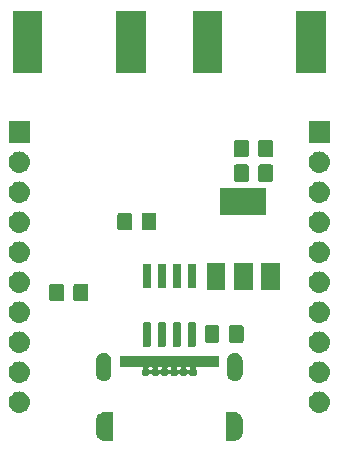
<source format=gbs>
G04 #@! TF.GenerationSoftware,KiCad,Pcbnew,(5.1.4-0-10_14)*
G04 #@! TF.CreationDate,2020-02-10T15:43:12-05:00*
G04 #@! TF.ProjectId,neo8_adapter,6e656f38-5f61-4646-9170-7465722e6b69,rev?*
G04 #@! TF.SameCoordinates,Original*
G04 #@! TF.FileFunction,Soldermask,Bot*
G04 #@! TF.FilePolarity,Negative*
%FSLAX46Y46*%
G04 Gerber Fmt 4.6, Leading zero omitted, Abs format (unit mm)*
G04 Created by KiCad (PCBNEW (5.1.4-0-10_14)) date 2020-02-10 15:43:12*
%MOMM*%
%LPD*%
G04 APERTURE LIST*
%ADD10C,0.100000*%
G04 APERTURE END LIST*
D10*
G36*
X154495862Y-117698398D02*
G01*
X154508114Y-117699000D01*
X155226000Y-117699000D01*
X155226000Y-120101000D01*
X154508114Y-120101000D01*
X154495862Y-120101602D01*
X154470000Y-120104149D01*
X154444138Y-120101602D01*
X154431886Y-120101000D01*
X154392382Y-120101000D01*
X154373387Y-120095238D01*
X154361262Y-120093439D01*
X154342382Y-120091580D01*
X154251596Y-120064040D01*
X154219664Y-120054354D01*
X154106575Y-119993906D01*
X154007447Y-119912554D01*
X153926094Y-119813424D01*
X153865646Y-119700335D01*
X153855960Y-119668403D01*
X153828420Y-119577617D01*
X153819000Y-119481972D01*
X153819001Y-118318027D01*
X153828421Y-118222382D01*
X153865646Y-118099668D01*
X153865647Y-118099664D01*
X153926095Y-117986575D01*
X154007447Y-117887446D01*
X154106576Y-117806094D01*
X154219665Y-117745646D01*
X154277959Y-117727963D01*
X154342383Y-117708420D01*
X154361256Y-117706561D01*
X154385285Y-117701782D01*
X154392002Y-117699000D01*
X154431886Y-117699000D01*
X154444138Y-117698398D01*
X154470000Y-117695851D01*
X154495862Y-117698398D01*
X154495862Y-117698398D01*
G37*
G36*
X165595862Y-117698398D02*
G01*
X165608114Y-117699000D01*
X165679244Y-117699000D01*
X165693164Y-117706440D01*
X165704706Y-117710570D01*
X165820332Y-117745645D01*
X165820335Y-117745646D01*
X165933425Y-117806094D01*
X166032554Y-117887446D01*
X166113906Y-117986575D01*
X166174354Y-118099664D01*
X166174355Y-118099668D01*
X166211580Y-118222382D01*
X166221000Y-118318027D01*
X166221000Y-119481973D01*
X166211580Y-119577618D01*
X166184040Y-119668404D01*
X166174354Y-119700336D01*
X166113906Y-119813425D01*
X166032554Y-119912553D01*
X165933424Y-119993906D01*
X165820334Y-120054354D01*
X165704714Y-120089427D01*
X165682075Y-120098805D01*
X165678790Y-120101000D01*
X165608114Y-120101000D01*
X165595862Y-120101602D01*
X165570000Y-120104149D01*
X165544138Y-120101602D01*
X165531886Y-120101000D01*
X164814000Y-120101000D01*
X164814000Y-117699000D01*
X165531886Y-117699000D01*
X165544138Y-117698398D01*
X165570000Y-117695851D01*
X165595862Y-117698398D01*
X165595862Y-117698398D01*
G37*
G36*
X172830442Y-115945518D02*
G01*
X172896627Y-115952037D01*
X173066466Y-116003557D01*
X173222991Y-116087222D01*
X173258729Y-116116552D01*
X173360186Y-116199814D01*
X173443448Y-116301271D01*
X173472778Y-116337009D01*
X173556443Y-116493534D01*
X173607963Y-116663373D01*
X173625359Y-116840000D01*
X173607963Y-117016627D01*
X173556443Y-117186466D01*
X173472778Y-117342991D01*
X173443448Y-117378729D01*
X173360186Y-117480186D01*
X173258729Y-117563448D01*
X173222991Y-117592778D01*
X173066466Y-117676443D01*
X172896627Y-117727963D01*
X172830442Y-117734482D01*
X172764260Y-117741000D01*
X172675740Y-117741000D01*
X172609558Y-117734482D01*
X172543373Y-117727963D01*
X172373534Y-117676443D01*
X172217009Y-117592778D01*
X172181271Y-117563448D01*
X172079814Y-117480186D01*
X171996552Y-117378729D01*
X171967222Y-117342991D01*
X171883557Y-117186466D01*
X171832037Y-117016627D01*
X171814641Y-116840000D01*
X171832037Y-116663373D01*
X171883557Y-116493534D01*
X171967222Y-116337009D01*
X171996552Y-116301271D01*
X172079814Y-116199814D01*
X172181271Y-116116552D01*
X172217009Y-116087222D01*
X172373534Y-116003557D01*
X172543373Y-115952037D01*
X172609558Y-115945518D01*
X172675740Y-115939000D01*
X172764260Y-115939000D01*
X172830442Y-115945518D01*
X172830442Y-115945518D01*
G37*
G36*
X147430442Y-115945518D02*
G01*
X147496627Y-115952037D01*
X147666466Y-116003557D01*
X147822991Y-116087222D01*
X147858729Y-116116552D01*
X147960186Y-116199814D01*
X148043448Y-116301271D01*
X148072778Y-116337009D01*
X148156443Y-116493534D01*
X148207963Y-116663373D01*
X148225359Y-116840000D01*
X148207963Y-117016627D01*
X148156443Y-117186466D01*
X148072778Y-117342991D01*
X148043448Y-117378729D01*
X147960186Y-117480186D01*
X147858729Y-117563448D01*
X147822991Y-117592778D01*
X147666466Y-117676443D01*
X147496627Y-117727963D01*
X147430442Y-117734482D01*
X147364260Y-117741000D01*
X147275740Y-117741000D01*
X147209558Y-117734482D01*
X147143373Y-117727963D01*
X146973534Y-117676443D01*
X146817009Y-117592778D01*
X146781271Y-117563448D01*
X146679814Y-117480186D01*
X146596552Y-117378729D01*
X146567222Y-117342991D01*
X146483557Y-117186466D01*
X146432037Y-117016627D01*
X146414641Y-116840000D01*
X146432037Y-116663373D01*
X146483557Y-116493534D01*
X146567222Y-116337009D01*
X146596552Y-116301271D01*
X146679814Y-116199814D01*
X146781271Y-116116552D01*
X146817009Y-116087222D01*
X146973534Y-116003557D01*
X147143373Y-115952037D01*
X147209558Y-115945518D01*
X147275740Y-115939000D01*
X147364260Y-115939000D01*
X147430442Y-115945518D01*
X147430442Y-115945518D01*
G37*
G36*
X172830443Y-113405519D02*
G01*
X172896627Y-113412037D01*
X173066466Y-113463557D01*
X173222991Y-113547222D01*
X173258729Y-113576552D01*
X173360186Y-113659814D01*
X173443448Y-113761271D01*
X173472778Y-113797009D01*
X173556443Y-113953534D01*
X173607963Y-114123373D01*
X173625359Y-114300000D01*
X173607963Y-114476627D01*
X173556443Y-114646466D01*
X173472778Y-114802991D01*
X173443448Y-114838729D01*
X173360186Y-114940186D01*
X173258729Y-115023448D01*
X173222991Y-115052778D01*
X173066466Y-115136443D01*
X172896627Y-115187963D01*
X172830442Y-115194482D01*
X172764260Y-115201000D01*
X172675740Y-115201000D01*
X172609558Y-115194482D01*
X172543373Y-115187963D01*
X172373534Y-115136443D01*
X172217009Y-115052778D01*
X172181271Y-115023448D01*
X172079814Y-114940186D01*
X171996552Y-114838729D01*
X171967222Y-114802991D01*
X171883557Y-114646466D01*
X171832037Y-114476627D01*
X171814641Y-114300000D01*
X171832037Y-114123373D01*
X171883557Y-113953534D01*
X171967222Y-113797009D01*
X171996552Y-113761271D01*
X172079814Y-113659814D01*
X172181271Y-113576552D01*
X172217009Y-113547222D01*
X172373534Y-113463557D01*
X172543373Y-113412037D01*
X172609557Y-113405519D01*
X172675740Y-113399000D01*
X172764260Y-113399000D01*
X172830443Y-113405519D01*
X172830443Y-113405519D01*
G37*
G36*
X147430443Y-113405519D02*
G01*
X147496627Y-113412037D01*
X147666466Y-113463557D01*
X147822991Y-113547222D01*
X147858729Y-113576552D01*
X147960186Y-113659814D01*
X148043448Y-113761271D01*
X148072778Y-113797009D01*
X148156443Y-113953534D01*
X148207963Y-114123373D01*
X148225359Y-114300000D01*
X148207963Y-114476627D01*
X148156443Y-114646466D01*
X148072778Y-114802991D01*
X148043448Y-114838729D01*
X147960186Y-114940186D01*
X147858729Y-115023448D01*
X147822991Y-115052778D01*
X147666466Y-115136443D01*
X147496627Y-115187963D01*
X147430442Y-115194482D01*
X147364260Y-115201000D01*
X147275740Y-115201000D01*
X147209558Y-115194482D01*
X147143373Y-115187963D01*
X146973534Y-115136443D01*
X146817009Y-115052778D01*
X146781271Y-115023448D01*
X146679814Y-114940186D01*
X146596552Y-114838729D01*
X146567222Y-114802991D01*
X146483557Y-114646466D01*
X146432037Y-114476627D01*
X146414641Y-114300000D01*
X146432037Y-114123373D01*
X146483557Y-113953534D01*
X146567222Y-113797009D01*
X146596552Y-113761271D01*
X146679814Y-113659814D01*
X146781271Y-113576552D01*
X146817009Y-113547222D01*
X146973534Y-113463557D01*
X147143373Y-113412037D01*
X147209557Y-113405519D01*
X147275740Y-113399000D01*
X147364260Y-113399000D01*
X147430443Y-113405519D01*
X147430443Y-113405519D01*
G37*
G36*
X154597618Y-112658420D02*
G01*
X154688404Y-112685960D01*
X154720336Y-112695646D01*
X154833425Y-112756094D01*
X154932554Y-112837446D01*
X155013906Y-112936575D01*
X155074354Y-113049664D01*
X155074355Y-113049668D01*
X155111580Y-113172382D01*
X155121000Y-113268027D01*
X155121000Y-114431973D01*
X155111580Y-114527618D01*
X155086270Y-114611052D01*
X155074354Y-114650336D01*
X155013906Y-114763425D01*
X154932554Y-114862553D01*
X154833424Y-114943906D01*
X154720335Y-115004354D01*
X154688403Y-115014040D01*
X154597617Y-115041580D01*
X154470000Y-115054149D01*
X154342382Y-115041580D01*
X154251596Y-115014040D01*
X154219664Y-115004354D01*
X154106575Y-114943906D01*
X154007447Y-114862554D01*
X153926094Y-114763424D01*
X153865646Y-114650335D01*
X153842078Y-114572640D01*
X153828420Y-114527617D01*
X153819000Y-114431972D01*
X153819001Y-113268027D01*
X153828421Y-113172382D01*
X153865646Y-113049668D01*
X153865647Y-113049664D01*
X153926095Y-112936575D01*
X154007447Y-112837446D01*
X154106576Y-112756094D01*
X154219665Y-112695646D01*
X154251597Y-112685960D01*
X154342383Y-112658420D01*
X154470000Y-112645851D01*
X154597618Y-112658420D01*
X154597618Y-112658420D01*
G37*
G36*
X165697618Y-112658420D02*
G01*
X165788404Y-112685960D01*
X165820336Y-112695646D01*
X165933425Y-112756094D01*
X166032554Y-112837446D01*
X166113906Y-112936575D01*
X166174354Y-113049664D01*
X166174355Y-113049668D01*
X166211580Y-113172382D01*
X166221000Y-113268027D01*
X166221000Y-114431973D01*
X166211580Y-114527618D01*
X166186270Y-114611052D01*
X166174354Y-114650336D01*
X166113906Y-114763425D01*
X166032554Y-114862553D01*
X165933424Y-114943906D01*
X165820335Y-115004354D01*
X165788403Y-115014040D01*
X165697617Y-115041580D01*
X165570000Y-115054149D01*
X165442382Y-115041580D01*
X165351596Y-115014040D01*
X165319664Y-115004354D01*
X165206575Y-114943906D01*
X165107447Y-114862554D01*
X165026094Y-114763424D01*
X164965646Y-114650335D01*
X164942078Y-114572640D01*
X164928420Y-114527617D01*
X164919000Y-114431972D01*
X164919001Y-113268027D01*
X164928421Y-113172382D01*
X164965646Y-113049668D01*
X164965647Y-113049664D01*
X165026095Y-112936575D01*
X165107447Y-112837446D01*
X165206576Y-112756094D01*
X165319665Y-112695646D01*
X165351597Y-112685960D01*
X165442383Y-112658420D01*
X165570000Y-112645851D01*
X165697618Y-112658420D01*
X165697618Y-112658420D01*
G37*
G36*
X164216000Y-113851000D02*
G01*
X162369163Y-113851000D01*
X162344777Y-113853402D01*
X162321328Y-113860515D01*
X162299717Y-113872066D01*
X162280775Y-113887611D01*
X162265230Y-113906553D01*
X162253679Y-113928164D01*
X162246566Y-113951613D01*
X162244164Y-113975999D01*
X162246566Y-114000385D01*
X162253679Y-114023834D01*
X162265230Y-114045445D01*
X162280775Y-114064387D01*
X162292640Y-114076252D01*
X162331054Y-114133742D01*
X162343779Y-114164464D01*
X162357511Y-114197617D01*
X162371000Y-114265430D01*
X162371000Y-114334570D01*
X162357511Y-114402383D01*
X162357510Y-114402385D01*
X162331054Y-114466258D01*
X162292640Y-114523748D01*
X162243748Y-114572640D01*
X162186258Y-114611054D01*
X162134182Y-114632624D01*
X162122383Y-114637511D01*
X162054570Y-114651000D01*
X161985430Y-114651000D01*
X161917617Y-114637511D01*
X161905818Y-114632624D01*
X161853742Y-114611054D01*
X161796252Y-114572640D01*
X161747360Y-114523748D01*
X161723933Y-114488687D01*
X161708387Y-114469745D01*
X161689445Y-114454200D01*
X161667835Y-114442649D01*
X161644386Y-114435536D01*
X161620000Y-114433134D01*
X161595614Y-114435536D01*
X161572165Y-114442649D01*
X161550554Y-114454200D01*
X161531612Y-114469746D01*
X161516067Y-114488687D01*
X161492640Y-114523748D01*
X161443748Y-114572640D01*
X161386258Y-114611054D01*
X161334182Y-114632624D01*
X161322383Y-114637511D01*
X161254570Y-114651000D01*
X161185430Y-114651000D01*
X161117617Y-114637511D01*
X161105818Y-114632624D01*
X161053742Y-114611054D01*
X160996252Y-114572640D01*
X160947360Y-114523748D01*
X160923933Y-114488687D01*
X160908387Y-114469745D01*
X160889445Y-114454200D01*
X160867835Y-114442649D01*
X160844386Y-114435536D01*
X160820000Y-114433134D01*
X160795614Y-114435536D01*
X160772165Y-114442649D01*
X160750554Y-114454200D01*
X160731612Y-114469746D01*
X160716067Y-114488687D01*
X160692640Y-114523748D01*
X160643748Y-114572640D01*
X160586258Y-114611054D01*
X160534182Y-114632624D01*
X160522383Y-114637511D01*
X160454570Y-114651000D01*
X160385430Y-114651000D01*
X160317617Y-114637511D01*
X160305818Y-114632624D01*
X160253742Y-114611054D01*
X160196252Y-114572640D01*
X160147360Y-114523748D01*
X160123933Y-114488687D01*
X160108387Y-114469745D01*
X160089445Y-114454200D01*
X160067835Y-114442649D01*
X160044386Y-114435536D01*
X160020000Y-114433134D01*
X159995614Y-114435536D01*
X159972165Y-114442649D01*
X159950554Y-114454200D01*
X159931612Y-114469746D01*
X159916067Y-114488687D01*
X159892640Y-114523748D01*
X159843748Y-114572640D01*
X159786258Y-114611054D01*
X159734182Y-114632624D01*
X159722383Y-114637511D01*
X159654570Y-114651000D01*
X159585430Y-114651000D01*
X159517617Y-114637511D01*
X159505818Y-114632624D01*
X159453742Y-114611054D01*
X159396252Y-114572640D01*
X159347360Y-114523748D01*
X159323933Y-114488687D01*
X159308387Y-114469745D01*
X159289445Y-114454200D01*
X159267835Y-114442649D01*
X159244386Y-114435536D01*
X159220000Y-114433134D01*
X159195614Y-114435536D01*
X159172165Y-114442649D01*
X159150554Y-114454200D01*
X159131612Y-114469746D01*
X159116067Y-114488687D01*
X159092640Y-114523748D01*
X159043748Y-114572640D01*
X158986258Y-114611054D01*
X158934182Y-114632624D01*
X158922383Y-114637511D01*
X158854570Y-114651000D01*
X158785430Y-114651000D01*
X158717617Y-114637511D01*
X158705818Y-114632624D01*
X158653742Y-114611054D01*
X158596252Y-114572640D01*
X158547360Y-114523748D01*
X158523933Y-114488687D01*
X158508387Y-114469745D01*
X158489445Y-114454200D01*
X158467835Y-114442649D01*
X158444386Y-114435536D01*
X158420000Y-114433134D01*
X158395614Y-114435536D01*
X158372165Y-114442649D01*
X158350554Y-114454200D01*
X158331612Y-114469746D01*
X158316067Y-114488687D01*
X158292640Y-114523748D01*
X158243748Y-114572640D01*
X158186258Y-114611054D01*
X158134182Y-114632624D01*
X158122383Y-114637511D01*
X158054570Y-114651000D01*
X157985430Y-114651000D01*
X157917617Y-114637511D01*
X157905818Y-114632624D01*
X157853742Y-114611054D01*
X157796252Y-114572640D01*
X157747360Y-114523748D01*
X157708946Y-114466258D01*
X157682490Y-114402385D01*
X157682489Y-114402383D01*
X157669000Y-114334570D01*
X157669000Y-114265430D01*
X157682489Y-114197617D01*
X157696221Y-114164464D01*
X157708946Y-114133742D01*
X157747360Y-114076252D01*
X157759225Y-114064387D01*
X157774770Y-114045445D01*
X157786321Y-114023834D01*
X157793434Y-114000385D01*
X157795836Y-113975999D01*
X158244164Y-113975999D01*
X158246566Y-114000385D01*
X158253679Y-114023834D01*
X158265230Y-114045445D01*
X158280775Y-114064387D01*
X158292640Y-114076252D01*
X158316067Y-114111313D01*
X158331613Y-114130255D01*
X158350555Y-114145800D01*
X158372165Y-114157351D01*
X158395614Y-114164464D01*
X158420000Y-114166866D01*
X158444386Y-114164464D01*
X158467835Y-114157351D01*
X158489446Y-114145800D01*
X158508388Y-114130254D01*
X158523933Y-114111313D01*
X158547360Y-114076252D01*
X158559225Y-114064387D01*
X158574770Y-114045445D01*
X158586321Y-114023834D01*
X158593434Y-114000385D01*
X158595836Y-113975999D01*
X159044164Y-113975999D01*
X159046566Y-114000385D01*
X159053679Y-114023834D01*
X159065230Y-114045445D01*
X159080775Y-114064387D01*
X159092640Y-114076252D01*
X159116067Y-114111313D01*
X159131613Y-114130255D01*
X159150555Y-114145800D01*
X159172165Y-114157351D01*
X159195614Y-114164464D01*
X159220000Y-114166866D01*
X159244386Y-114164464D01*
X159267835Y-114157351D01*
X159289446Y-114145800D01*
X159308388Y-114130254D01*
X159323933Y-114111313D01*
X159347360Y-114076252D01*
X159359225Y-114064387D01*
X159374770Y-114045445D01*
X159386321Y-114023834D01*
X159393434Y-114000385D01*
X159395836Y-113975999D01*
X159844164Y-113975999D01*
X159846566Y-114000385D01*
X159853679Y-114023834D01*
X159865230Y-114045445D01*
X159880775Y-114064387D01*
X159892640Y-114076252D01*
X159916067Y-114111313D01*
X159931613Y-114130255D01*
X159950555Y-114145800D01*
X159972165Y-114157351D01*
X159995614Y-114164464D01*
X160020000Y-114166866D01*
X160044386Y-114164464D01*
X160067835Y-114157351D01*
X160089446Y-114145800D01*
X160108388Y-114130254D01*
X160123933Y-114111313D01*
X160147360Y-114076252D01*
X160159225Y-114064387D01*
X160174770Y-114045445D01*
X160186321Y-114023834D01*
X160193434Y-114000385D01*
X160195836Y-113975999D01*
X160644164Y-113975999D01*
X160646566Y-114000385D01*
X160653679Y-114023834D01*
X160665230Y-114045445D01*
X160680775Y-114064387D01*
X160692640Y-114076252D01*
X160716067Y-114111313D01*
X160731613Y-114130255D01*
X160750555Y-114145800D01*
X160772165Y-114157351D01*
X160795614Y-114164464D01*
X160820000Y-114166866D01*
X160844386Y-114164464D01*
X160867835Y-114157351D01*
X160889446Y-114145800D01*
X160908388Y-114130254D01*
X160923933Y-114111313D01*
X160947360Y-114076252D01*
X160959225Y-114064387D01*
X160974770Y-114045445D01*
X160986321Y-114023834D01*
X160993434Y-114000385D01*
X160995836Y-113975999D01*
X161444164Y-113975999D01*
X161446566Y-114000385D01*
X161453679Y-114023834D01*
X161465230Y-114045445D01*
X161480775Y-114064387D01*
X161492640Y-114076252D01*
X161516067Y-114111313D01*
X161531613Y-114130255D01*
X161550555Y-114145800D01*
X161572165Y-114157351D01*
X161595614Y-114164464D01*
X161620000Y-114166866D01*
X161644386Y-114164464D01*
X161667835Y-114157351D01*
X161689446Y-114145800D01*
X161708388Y-114130254D01*
X161723933Y-114111313D01*
X161747360Y-114076252D01*
X161759225Y-114064387D01*
X161774770Y-114045445D01*
X161786321Y-114023834D01*
X161793434Y-114000385D01*
X161795836Y-113975999D01*
X161793434Y-113951613D01*
X161786321Y-113928164D01*
X161774770Y-113906553D01*
X161759225Y-113887611D01*
X161740283Y-113872066D01*
X161718672Y-113860515D01*
X161695223Y-113853402D01*
X161670837Y-113851000D01*
X161569163Y-113851000D01*
X161544777Y-113853402D01*
X161521328Y-113860515D01*
X161499717Y-113872066D01*
X161480775Y-113887611D01*
X161465230Y-113906553D01*
X161453679Y-113928164D01*
X161446566Y-113951613D01*
X161444164Y-113975999D01*
X160995836Y-113975999D01*
X160993434Y-113951613D01*
X160986321Y-113928164D01*
X160974770Y-113906553D01*
X160959225Y-113887611D01*
X160940283Y-113872066D01*
X160918672Y-113860515D01*
X160895223Y-113853402D01*
X160870837Y-113851000D01*
X160769163Y-113851000D01*
X160744777Y-113853402D01*
X160721328Y-113860515D01*
X160699717Y-113872066D01*
X160680775Y-113887611D01*
X160665230Y-113906553D01*
X160653679Y-113928164D01*
X160646566Y-113951613D01*
X160644164Y-113975999D01*
X160195836Y-113975999D01*
X160193434Y-113951613D01*
X160186321Y-113928164D01*
X160174770Y-113906553D01*
X160159225Y-113887611D01*
X160140283Y-113872066D01*
X160118672Y-113860515D01*
X160095223Y-113853402D01*
X160070837Y-113851000D01*
X159969163Y-113851000D01*
X159944777Y-113853402D01*
X159921328Y-113860515D01*
X159899717Y-113872066D01*
X159880775Y-113887611D01*
X159865230Y-113906553D01*
X159853679Y-113928164D01*
X159846566Y-113951613D01*
X159844164Y-113975999D01*
X159395836Y-113975999D01*
X159393434Y-113951613D01*
X159386321Y-113928164D01*
X159374770Y-113906553D01*
X159359225Y-113887611D01*
X159340283Y-113872066D01*
X159318672Y-113860515D01*
X159295223Y-113853402D01*
X159270837Y-113851000D01*
X159169163Y-113851000D01*
X159144777Y-113853402D01*
X159121328Y-113860515D01*
X159099717Y-113872066D01*
X159080775Y-113887611D01*
X159065230Y-113906553D01*
X159053679Y-113928164D01*
X159046566Y-113951613D01*
X159044164Y-113975999D01*
X158595836Y-113975999D01*
X158593434Y-113951613D01*
X158586321Y-113928164D01*
X158574770Y-113906553D01*
X158559225Y-113887611D01*
X158540283Y-113872066D01*
X158518672Y-113860515D01*
X158495223Y-113853402D01*
X158470837Y-113851000D01*
X158369163Y-113851000D01*
X158344777Y-113853402D01*
X158321328Y-113860515D01*
X158299717Y-113872066D01*
X158280775Y-113887611D01*
X158265230Y-113906553D01*
X158253679Y-113928164D01*
X158246566Y-113951613D01*
X158244164Y-113975999D01*
X157795836Y-113975999D01*
X157793434Y-113951613D01*
X157786321Y-113928164D01*
X157774770Y-113906553D01*
X157759225Y-113887611D01*
X157740283Y-113872066D01*
X157718672Y-113860515D01*
X157695223Y-113853402D01*
X157670837Y-113851000D01*
X155824000Y-113851000D01*
X155824000Y-112899000D01*
X164216000Y-112899000D01*
X164216000Y-113851000D01*
X164216000Y-113851000D01*
G37*
G36*
X147430442Y-110865518D02*
G01*
X147496627Y-110872037D01*
X147666466Y-110923557D01*
X147822991Y-111007222D01*
X147858729Y-111036552D01*
X147960186Y-111119814D01*
X148043448Y-111221271D01*
X148072778Y-111257009D01*
X148156443Y-111413534D01*
X148207963Y-111583373D01*
X148225359Y-111760000D01*
X148207963Y-111936627D01*
X148158269Y-112100445D01*
X148156442Y-112106468D01*
X148137535Y-112141840D01*
X148072778Y-112262991D01*
X148043448Y-112298729D01*
X147960186Y-112400186D01*
X147858729Y-112483448D01*
X147822991Y-112512778D01*
X147666466Y-112596443D01*
X147496627Y-112647963D01*
X147430442Y-112654482D01*
X147364260Y-112661000D01*
X147275740Y-112661000D01*
X147209558Y-112654482D01*
X147143373Y-112647963D01*
X146973534Y-112596443D01*
X146817009Y-112512778D01*
X146781271Y-112483448D01*
X146679814Y-112400186D01*
X146596552Y-112298729D01*
X146567222Y-112262991D01*
X146502465Y-112141840D01*
X146483558Y-112106468D01*
X146481731Y-112100445D01*
X146432037Y-111936627D01*
X146414641Y-111760000D01*
X146432037Y-111583373D01*
X146483557Y-111413534D01*
X146567222Y-111257009D01*
X146596552Y-111221271D01*
X146679814Y-111119814D01*
X146781271Y-111036552D01*
X146817009Y-111007222D01*
X146973534Y-110923557D01*
X147143373Y-110872037D01*
X147209558Y-110865518D01*
X147275740Y-110859000D01*
X147364260Y-110859000D01*
X147430442Y-110865518D01*
X147430442Y-110865518D01*
G37*
G36*
X172830442Y-110865518D02*
G01*
X172896627Y-110872037D01*
X173066466Y-110923557D01*
X173222991Y-111007222D01*
X173258729Y-111036552D01*
X173360186Y-111119814D01*
X173443448Y-111221271D01*
X173472778Y-111257009D01*
X173556443Y-111413534D01*
X173607963Y-111583373D01*
X173625359Y-111760000D01*
X173607963Y-111936627D01*
X173558269Y-112100445D01*
X173556442Y-112106468D01*
X173537535Y-112141840D01*
X173472778Y-112262991D01*
X173443448Y-112298729D01*
X173360186Y-112400186D01*
X173258729Y-112483448D01*
X173222991Y-112512778D01*
X173066466Y-112596443D01*
X172896627Y-112647963D01*
X172830442Y-112654482D01*
X172764260Y-112661000D01*
X172675740Y-112661000D01*
X172609558Y-112654482D01*
X172543373Y-112647963D01*
X172373534Y-112596443D01*
X172217009Y-112512778D01*
X172181271Y-112483448D01*
X172079814Y-112400186D01*
X171996552Y-112298729D01*
X171967222Y-112262991D01*
X171902465Y-112141840D01*
X171883558Y-112106468D01*
X171881731Y-112100445D01*
X171832037Y-111936627D01*
X171814641Y-111760000D01*
X171832037Y-111583373D01*
X171883557Y-111413534D01*
X171967222Y-111257009D01*
X171996552Y-111221271D01*
X172079814Y-111119814D01*
X172181271Y-111036552D01*
X172217009Y-111007222D01*
X172373534Y-110923557D01*
X172543373Y-110872037D01*
X172609558Y-110865518D01*
X172675740Y-110859000D01*
X172764260Y-110859000D01*
X172830442Y-110865518D01*
X172830442Y-110865518D01*
G37*
G36*
X160914928Y-110101764D02*
G01*
X160936009Y-110108160D01*
X160955445Y-110118548D01*
X160972476Y-110132524D01*
X160986452Y-110149555D01*
X160996840Y-110168991D01*
X161003236Y-110190072D01*
X161006000Y-110218140D01*
X161006000Y-112031860D01*
X161003236Y-112059928D01*
X160996840Y-112081009D01*
X160986452Y-112100445D01*
X160972476Y-112117476D01*
X160955445Y-112131452D01*
X160936009Y-112141840D01*
X160914928Y-112148236D01*
X160886860Y-112151000D01*
X160423140Y-112151000D01*
X160395072Y-112148236D01*
X160373991Y-112141840D01*
X160354555Y-112131452D01*
X160337524Y-112117476D01*
X160323548Y-112100445D01*
X160313160Y-112081009D01*
X160306764Y-112059928D01*
X160304000Y-112031860D01*
X160304000Y-110218140D01*
X160306764Y-110190072D01*
X160313160Y-110168991D01*
X160323548Y-110149555D01*
X160337524Y-110132524D01*
X160354555Y-110118548D01*
X160373991Y-110108160D01*
X160395072Y-110101764D01*
X160423140Y-110099000D01*
X160886860Y-110099000D01*
X160914928Y-110101764D01*
X160914928Y-110101764D01*
G37*
G36*
X162184928Y-110101764D02*
G01*
X162206009Y-110108160D01*
X162225445Y-110118548D01*
X162242476Y-110132524D01*
X162256452Y-110149555D01*
X162266840Y-110168991D01*
X162273236Y-110190072D01*
X162276000Y-110218140D01*
X162276000Y-112031860D01*
X162273236Y-112059928D01*
X162266840Y-112081009D01*
X162256452Y-112100445D01*
X162242476Y-112117476D01*
X162225445Y-112131452D01*
X162206009Y-112141840D01*
X162184928Y-112148236D01*
X162156860Y-112151000D01*
X161693140Y-112151000D01*
X161665072Y-112148236D01*
X161643991Y-112141840D01*
X161624555Y-112131452D01*
X161607524Y-112117476D01*
X161593548Y-112100445D01*
X161583160Y-112081009D01*
X161576764Y-112059928D01*
X161574000Y-112031860D01*
X161574000Y-110218140D01*
X161576764Y-110190072D01*
X161583160Y-110168991D01*
X161593548Y-110149555D01*
X161607524Y-110132524D01*
X161624555Y-110118548D01*
X161643991Y-110108160D01*
X161665072Y-110101764D01*
X161693140Y-110099000D01*
X162156860Y-110099000D01*
X162184928Y-110101764D01*
X162184928Y-110101764D01*
G37*
G36*
X158374928Y-110101764D02*
G01*
X158396009Y-110108160D01*
X158415445Y-110118548D01*
X158432476Y-110132524D01*
X158446452Y-110149555D01*
X158456840Y-110168991D01*
X158463236Y-110190072D01*
X158466000Y-110218140D01*
X158466000Y-112031860D01*
X158463236Y-112059928D01*
X158456840Y-112081009D01*
X158446452Y-112100445D01*
X158432476Y-112117476D01*
X158415445Y-112131452D01*
X158396009Y-112141840D01*
X158374928Y-112148236D01*
X158346860Y-112151000D01*
X157883140Y-112151000D01*
X157855072Y-112148236D01*
X157833991Y-112141840D01*
X157814555Y-112131452D01*
X157797524Y-112117476D01*
X157783548Y-112100445D01*
X157773160Y-112081009D01*
X157766764Y-112059928D01*
X157764000Y-112031860D01*
X157764000Y-110218140D01*
X157766764Y-110190072D01*
X157773160Y-110168991D01*
X157783548Y-110149555D01*
X157797524Y-110132524D01*
X157814555Y-110118548D01*
X157833991Y-110108160D01*
X157855072Y-110101764D01*
X157883140Y-110099000D01*
X158346860Y-110099000D01*
X158374928Y-110101764D01*
X158374928Y-110101764D01*
G37*
G36*
X159644928Y-110101764D02*
G01*
X159666009Y-110108160D01*
X159685445Y-110118548D01*
X159702476Y-110132524D01*
X159716452Y-110149555D01*
X159726840Y-110168991D01*
X159733236Y-110190072D01*
X159736000Y-110218140D01*
X159736000Y-112031860D01*
X159733236Y-112059928D01*
X159726840Y-112081009D01*
X159716452Y-112100445D01*
X159702476Y-112117476D01*
X159685445Y-112131452D01*
X159666009Y-112141840D01*
X159644928Y-112148236D01*
X159616860Y-112151000D01*
X159153140Y-112151000D01*
X159125072Y-112148236D01*
X159103991Y-112141840D01*
X159084555Y-112131452D01*
X159067524Y-112117476D01*
X159053548Y-112100445D01*
X159043160Y-112081009D01*
X159036764Y-112059928D01*
X159034000Y-112031860D01*
X159034000Y-110218140D01*
X159036764Y-110190072D01*
X159043160Y-110168991D01*
X159053548Y-110149555D01*
X159067524Y-110132524D01*
X159084555Y-110118548D01*
X159103991Y-110108160D01*
X159125072Y-110101764D01*
X159153140Y-110099000D01*
X159616860Y-110099000D01*
X159644928Y-110101764D01*
X159644928Y-110101764D01*
G37*
G36*
X164097874Y-110327665D02*
G01*
X164135567Y-110339099D01*
X164170303Y-110357666D01*
X164200748Y-110382652D01*
X164225734Y-110413097D01*
X164244301Y-110447833D01*
X164255735Y-110485526D01*
X164260200Y-110530861D01*
X164260200Y-111617539D01*
X164255735Y-111662874D01*
X164244301Y-111700567D01*
X164225734Y-111735303D01*
X164200748Y-111765748D01*
X164170303Y-111790734D01*
X164135567Y-111809301D01*
X164097874Y-111820735D01*
X164052539Y-111825200D01*
X163215861Y-111825200D01*
X163170526Y-111820735D01*
X163132833Y-111809301D01*
X163098097Y-111790734D01*
X163067652Y-111765748D01*
X163042666Y-111735303D01*
X163024099Y-111700567D01*
X163012665Y-111662874D01*
X163008200Y-111617539D01*
X163008200Y-110530861D01*
X163012665Y-110485526D01*
X163024099Y-110447833D01*
X163042666Y-110413097D01*
X163067652Y-110382652D01*
X163098097Y-110357666D01*
X163132833Y-110339099D01*
X163170526Y-110327665D01*
X163215861Y-110323200D01*
X164052539Y-110323200D01*
X164097874Y-110327665D01*
X164097874Y-110327665D01*
G37*
G36*
X166147874Y-110327665D02*
G01*
X166185567Y-110339099D01*
X166220303Y-110357666D01*
X166250748Y-110382652D01*
X166275734Y-110413097D01*
X166294301Y-110447833D01*
X166305735Y-110485526D01*
X166310200Y-110530861D01*
X166310200Y-111617539D01*
X166305735Y-111662874D01*
X166294301Y-111700567D01*
X166275734Y-111735303D01*
X166250748Y-111765748D01*
X166220303Y-111790734D01*
X166185567Y-111809301D01*
X166147874Y-111820735D01*
X166102539Y-111825200D01*
X165265861Y-111825200D01*
X165220526Y-111820735D01*
X165182833Y-111809301D01*
X165148097Y-111790734D01*
X165117652Y-111765748D01*
X165092666Y-111735303D01*
X165074099Y-111700567D01*
X165062665Y-111662874D01*
X165058200Y-111617539D01*
X165058200Y-110530861D01*
X165062665Y-110485526D01*
X165074099Y-110447833D01*
X165092666Y-110413097D01*
X165117652Y-110382652D01*
X165148097Y-110357666D01*
X165182833Y-110339099D01*
X165220526Y-110327665D01*
X165265861Y-110323200D01*
X166102539Y-110323200D01*
X166147874Y-110327665D01*
X166147874Y-110327665D01*
G37*
G36*
X147430443Y-108325519D02*
G01*
X147496627Y-108332037D01*
X147666466Y-108383557D01*
X147822991Y-108467222D01*
X147858729Y-108496552D01*
X147960186Y-108579814D01*
X148043448Y-108681271D01*
X148072778Y-108717009D01*
X148156443Y-108873534D01*
X148207963Y-109043373D01*
X148225359Y-109220000D01*
X148207963Y-109396627D01*
X148156443Y-109566466D01*
X148072778Y-109722991D01*
X148043448Y-109758729D01*
X147960186Y-109860186D01*
X147858729Y-109943448D01*
X147822991Y-109972778D01*
X147666466Y-110056443D01*
X147496627Y-110107963D01*
X147430443Y-110114481D01*
X147364260Y-110121000D01*
X147275740Y-110121000D01*
X147209557Y-110114481D01*
X147143373Y-110107963D01*
X146973534Y-110056443D01*
X146817009Y-109972778D01*
X146781271Y-109943448D01*
X146679814Y-109860186D01*
X146596552Y-109758729D01*
X146567222Y-109722991D01*
X146483557Y-109566466D01*
X146432037Y-109396627D01*
X146414641Y-109220000D01*
X146432037Y-109043373D01*
X146483557Y-108873534D01*
X146567222Y-108717009D01*
X146596552Y-108681271D01*
X146679814Y-108579814D01*
X146781271Y-108496552D01*
X146817009Y-108467222D01*
X146973534Y-108383557D01*
X147143373Y-108332037D01*
X147209557Y-108325519D01*
X147275740Y-108319000D01*
X147364260Y-108319000D01*
X147430443Y-108325519D01*
X147430443Y-108325519D01*
G37*
G36*
X172830443Y-108325519D02*
G01*
X172896627Y-108332037D01*
X173066466Y-108383557D01*
X173222991Y-108467222D01*
X173258729Y-108496552D01*
X173360186Y-108579814D01*
X173443448Y-108681271D01*
X173472778Y-108717009D01*
X173556443Y-108873534D01*
X173607963Y-109043373D01*
X173625359Y-109220000D01*
X173607963Y-109396627D01*
X173556443Y-109566466D01*
X173472778Y-109722991D01*
X173443448Y-109758729D01*
X173360186Y-109860186D01*
X173258729Y-109943448D01*
X173222991Y-109972778D01*
X173066466Y-110056443D01*
X172896627Y-110107963D01*
X172830443Y-110114481D01*
X172764260Y-110121000D01*
X172675740Y-110121000D01*
X172609557Y-110114481D01*
X172543373Y-110107963D01*
X172373534Y-110056443D01*
X172217009Y-109972778D01*
X172181271Y-109943448D01*
X172079814Y-109860186D01*
X171996552Y-109758729D01*
X171967222Y-109722991D01*
X171883557Y-109566466D01*
X171832037Y-109396627D01*
X171814641Y-109220000D01*
X171832037Y-109043373D01*
X171883557Y-108873534D01*
X171967222Y-108717009D01*
X171996552Y-108681271D01*
X172079814Y-108579814D01*
X172181271Y-108496552D01*
X172217009Y-108467222D01*
X172373534Y-108383557D01*
X172543373Y-108332037D01*
X172609557Y-108325519D01*
X172675740Y-108319000D01*
X172764260Y-108319000D01*
X172830443Y-108325519D01*
X172830443Y-108325519D01*
G37*
G36*
X150940674Y-106822465D02*
G01*
X150978367Y-106833899D01*
X151013103Y-106852466D01*
X151043548Y-106877452D01*
X151068534Y-106907897D01*
X151087101Y-106942633D01*
X151098535Y-106980326D01*
X151103000Y-107025661D01*
X151103000Y-108112339D01*
X151098535Y-108157674D01*
X151087101Y-108195367D01*
X151068534Y-108230103D01*
X151043548Y-108260548D01*
X151013103Y-108285534D01*
X150978367Y-108304101D01*
X150940674Y-108315535D01*
X150895339Y-108320000D01*
X150058661Y-108320000D01*
X150013326Y-108315535D01*
X149975633Y-108304101D01*
X149940897Y-108285534D01*
X149910452Y-108260548D01*
X149885466Y-108230103D01*
X149866899Y-108195367D01*
X149855465Y-108157674D01*
X149851000Y-108112339D01*
X149851000Y-107025661D01*
X149855465Y-106980326D01*
X149866899Y-106942633D01*
X149885466Y-106907897D01*
X149910452Y-106877452D01*
X149940897Y-106852466D01*
X149975633Y-106833899D01*
X150013326Y-106822465D01*
X150058661Y-106818000D01*
X150895339Y-106818000D01*
X150940674Y-106822465D01*
X150940674Y-106822465D01*
G37*
G36*
X152990674Y-106822465D02*
G01*
X153028367Y-106833899D01*
X153063103Y-106852466D01*
X153093548Y-106877452D01*
X153118534Y-106907897D01*
X153137101Y-106942633D01*
X153148535Y-106980326D01*
X153153000Y-107025661D01*
X153153000Y-108112339D01*
X153148535Y-108157674D01*
X153137101Y-108195367D01*
X153118534Y-108230103D01*
X153093548Y-108260548D01*
X153063103Y-108285534D01*
X153028367Y-108304101D01*
X152990674Y-108315535D01*
X152945339Y-108320000D01*
X152108661Y-108320000D01*
X152063326Y-108315535D01*
X152025633Y-108304101D01*
X151990897Y-108285534D01*
X151960452Y-108260548D01*
X151935466Y-108230103D01*
X151916899Y-108195367D01*
X151905465Y-108157674D01*
X151901000Y-108112339D01*
X151901000Y-107025661D01*
X151905465Y-106980326D01*
X151916899Y-106942633D01*
X151935466Y-106907897D01*
X151960452Y-106877452D01*
X151990897Y-106852466D01*
X152025633Y-106833899D01*
X152063326Y-106822465D01*
X152108661Y-106818000D01*
X152945339Y-106818000D01*
X152990674Y-106822465D01*
X152990674Y-106822465D01*
G37*
G36*
X147430443Y-105785519D02*
G01*
X147496627Y-105792037D01*
X147666466Y-105843557D01*
X147822991Y-105927222D01*
X147858729Y-105956552D01*
X147960186Y-106039814D01*
X148043448Y-106141271D01*
X148072778Y-106177009D01*
X148156443Y-106333534D01*
X148207963Y-106503373D01*
X148225359Y-106680000D01*
X148207963Y-106856627D01*
X148156443Y-107026466D01*
X148072778Y-107182991D01*
X148057998Y-107201000D01*
X147960186Y-107320186D01*
X147858729Y-107403448D01*
X147822991Y-107432778D01*
X147666466Y-107516443D01*
X147496627Y-107567963D01*
X147430443Y-107574481D01*
X147364260Y-107581000D01*
X147275740Y-107581000D01*
X147209557Y-107574481D01*
X147143373Y-107567963D01*
X146973534Y-107516443D01*
X146817009Y-107432778D01*
X146781271Y-107403448D01*
X146679814Y-107320186D01*
X146582002Y-107201000D01*
X146567222Y-107182991D01*
X146483557Y-107026466D01*
X146432037Y-106856627D01*
X146414641Y-106680000D01*
X146432037Y-106503373D01*
X146483557Y-106333534D01*
X146567222Y-106177009D01*
X146596552Y-106141271D01*
X146679814Y-106039814D01*
X146781271Y-105956552D01*
X146817009Y-105927222D01*
X146973534Y-105843557D01*
X147143373Y-105792037D01*
X147209557Y-105785519D01*
X147275740Y-105779000D01*
X147364260Y-105779000D01*
X147430443Y-105785519D01*
X147430443Y-105785519D01*
G37*
G36*
X172830443Y-105785519D02*
G01*
X172896627Y-105792037D01*
X173066466Y-105843557D01*
X173222991Y-105927222D01*
X173258729Y-105956552D01*
X173360186Y-106039814D01*
X173443448Y-106141271D01*
X173472778Y-106177009D01*
X173556443Y-106333534D01*
X173607963Y-106503373D01*
X173625359Y-106680000D01*
X173607963Y-106856627D01*
X173556443Y-107026466D01*
X173472778Y-107182991D01*
X173457998Y-107201000D01*
X173360186Y-107320186D01*
X173258729Y-107403448D01*
X173222991Y-107432778D01*
X173066466Y-107516443D01*
X172896627Y-107567963D01*
X172830443Y-107574481D01*
X172764260Y-107581000D01*
X172675740Y-107581000D01*
X172609557Y-107574481D01*
X172543373Y-107567963D01*
X172373534Y-107516443D01*
X172217009Y-107432778D01*
X172181271Y-107403448D01*
X172079814Y-107320186D01*
X171982002Y-107201000D01*
X171967222Y-107182991D01*
X171883557Y-107026466D01*
X171832037Y-106856627D01*
X171814641Y-106680000D01*
X171832037Y-106503373D01*
X171883557Y-106333534D01*
X171967222Y-106177009D01*
X171996552Y-106141271D01*
X172079814Y-106039814D01*
X172181271Y-105956552D01*
X172217009Y-105927222D01*
X172373534Y-105843557D01*
X172543373Y-105792037D01*
X172609557Y-105785519D01*
X172675740Y-105779000D01*
X172764260Y-105779000D01*
X172830443Y-105785519D01*
X172830443Y-105785519D01*
G37*
G36*
X164769400Y-107323400D02*
G01*
X163167400Y-107323400D01*
X163167400Y-105021400D01*
X164769400Y-105021400D01*
X164769400Y-107323400D01*
X164769400Y-107323400D01*
G37*
G36*
X167069400Y-107323400D02*
G01*
X165467400Y-107323400D01*
X165467400Y-105021400D01*
X167069400Y-105021400D01*
X167069400Y-107323400D01*
X167069400Y-107323400D01*
G37*
G36*
X169369400Y-107323400D02*
G01*
X167767400Y-107323400D01*
X167767400Y-105021400D01*
X169369400Y-105021400D01*
X169369400Y-107323400D01*
X169369400Y-107323400D01*
G37*
G36*
X160914928Y-105151764D02*
G01*
X160936009Y-105158160D01*
X160955445Y-105168548D01*
X160972476Y-105182524D01*
X160986452Y-105199555D01*
X160996840Y-105218991D01*
X161003236Y-105240072D01*
X161006000Y-105268140D01*
X161006000Y-107081860D01*
X161003236Y-107109928D01*
X160996840Y-107131009D01*
X160986452Y-107150445D01*
X160972476Y-107167476D01*
X160955445Y-107181452D01*
X160936009Y-107191840D01*
X160914928Y-107198236D01*
X160886860Y-107201000D01*
X160423140Y-107201000D01*
X160395072Y-107198236D01*
X160373991Y-107191840D01*
X160354555Y-107181452D01*
X160337524Y-107167476D01*
X160323548Y-107150445D01*
X160313160Y-107131009D01*
X160306764Y-107109928D01*
X160304000Y-107081860D01*
X160304000Y-105268140D01*
X160306764Y-105240072D01*
X160313160Y-105218991D01*
X160323548Y-105199555D01*
X160337524Y-105182524D01*
X160354555Y-105168548D01*
X160373991Y-105158160D01*
X160395072Y-105151764D01*
X160423140Y-105149000D01*
X160886860Y-105149000D01*
X160914928Y-105151764D01*
X160914928Y-105151764D01*
G37*
G36*
X162184928Y-105151764D02*
G01*
X162206009Y-105158160D01*
X162225445Y-105168548D01*
X162242476Y-105182524D01*
X162256452Y-105199555D01*
X162266840Y-105218991D01*
X162273236Y-105240072D01*
X162276000Y-105268140D01*
X162276000Y-107081860D01*
X162273236Y-107109928D01*
X162266840Y-107131009D01*
X162256452Y-107150445D01*
X162242476Y-107167476D01*
X162225445Y-107181452D01*
X162206009Y-107191840D01*
X162184928Y-107198236D01*
X162156860Y-107201000D01*
X161693140Y-107201000D01*
X161665072Y-107198236D01*
X161643991Y-107191840D01*
X161624555Y-107181452D01*
X161607524Y-107167476D01*
X161593548Y-107150445D01*
X161583160Y-107131009D01*
X161576764Y-107109928D01*
X161574000Y-107081860D01*
X161574000Y-105268140D01*
X161576764Y-105240072D01*
X161583160Y-105218991D01*
X161593548Y-105199555D01*
X161607524Y-105182524D01*
X161624555Y-105168548D01*
X161643991Y-105158160D01*
X161665072Y-105151764D01*
X161693140Y-105149000D01*
X162156860Y-105149000D01*
X162184928Y-105151764D01*
X162184928Y-105151764D01*
G37*
G36*
X159644928Y-105151764D02*
G01*
X159666009Y-105158160D01*
X159685445Y-105168548D01*
X159702476Y-105182524D01*
X159716452Y-105199555D01*
X159726840Y-105218991D01*
X159733236Y-105240072D01*
X159736000Y-105268140D01*
X159736000Y-107081860D01*
X159733236Y-107109928D01*
X159726840Y-107131009D01*
X159716452Y-107150445D01*
X159702476Y-107167476D01*
X159685445Y-107181452D01*
X159666009Y-107191840D01*
X159644928Y-107198236D01*
X159616860Y-107201000D01*
X159153140Y-107201000D01*
X159125072Y-107198236D01*
X159103991Y-107191840D01*
X159084555Y-107181452D01*
X159067524Y-107167476D01*
X159053548Y-107150445D01*
X159043160Y-107131009D01*
X159036764Y-107109928D01*
X159034000Y-107081860D01*
X159034000Y-105268140D01*
X159036764Y-105240072D01*
X159043160Y-105218991D01*
X159053548Y-105199555D01*
X159067524Y-105182524D01*
X159084555Y-105168548D01*
X159103991Y-105158160D01*
X159125072Y-105151764D01*
X159153140Y-105149000D01*
X159616860Y-105149000D01*
X159644928Y-105151764D01*
X159644928Y-105151764D01*
G37*
G36*
X158374928Y-105151764D02*
G01*
X158396009Y-105158160D01*
X158415445Y-105168548D01*
X158432476Y-105182524D01*
X158446452Y-105199555D01*
X158456840Y-105218991D01*
X158463236Y-105240072D01*
X158466000Y-105268140D01*
X158466000Y-107081860D01*
X158463236Y-107109928D01*
X158456840Y-107131009D01*
X158446452Y-107150445D01*
X158432476Y-107167476D01*
X158415445Y-107181452D01*
X158396009Y-107191840D01*
X158374928Y-107198236D01*
X158346860Y-107201000D01*
X157883140Y-107201000D01*
X157855072Y-107198236D01*
X157833991Y-107191840D01*
X157814555Y-107181452D01*
X157797524Y-107167476D01*
X157783548Y-107150445D01*
X157773160Y-107131009D01*
X157766764Y-107109928D01*
X157764000Y-107081860D01*
X157764000Y-105268140D01*
X157766764Y-105240072D01*
X157773160Y-105218991D01*
X157783548Y-105199555D01*
X157797524Y-105182524D01*
X157814555Y-105168548D01*
X157833991Y-105158160D01*
X157855072Y-105151764D01*
X157883140Y-105149000D01*
X158346860Y-105149000D01*
X158374928Y-105151764D01*
X158374928Y-105151764D01*
G37*
G36*
X172830443Y-103245519D02*
G01*
X172896627Y-103252037D01*
X173066466Y-103303557D01*
X173222991Y-103387222D01*
X173258729Y-103416552D01*
X173360186Y-103499814D01*
X173443448Y-103601271D01*
X173472778Y-103637009D01*
X173556443Y-103793534D01*
X173607963Y-103963373D01*
X173625359Y-104140000D01*
X173607963Y-104316627D01*
X173556443Y-104486466D01*
X173472778Y-104642991D01*
X173443448Y-104678729D01*
X173360186Y-104780186D01*
X173258729Y-104863448D01*
X173222991Y-104892778D01*
X173066466Y-104976443D01*
X172896627Y-105027963D01*
X172830442Y-105034482D01*
X172764260Y-105041000D01*
X172675740Y-105041000D01*
X172609557Y-105034481D01*
X172543373Y-105027963D01*
X172373534Y-104976443D01*
X172217009Y-104892778D01*
X172181271Y-104863448D01*
X172079814Y-104780186D01*
X171996552Y-104678729D01*
X171967222Y-104642991D01*
X171883557Y-104486466D01*
X171832037Y-104316627D01*
X171814641Y-104140000D01*
X171832037Y-103963373D01*
X171883557Y-103793534D01*
X171967222Y-103637009D01*
X171996552Y-103601271D01*
X172079814Y-103499814D01*
X172181271Y-103416552D01*
X172217009Y-103387222D01*
X172373534Y-103303557D01*
X172543373Y-103252037D01*
X172609558Y-103245518D01*
X172675740Y-103239000D01*
X172764260Y-103239000D01*
X172830443Y-103245519D01*
X172830443Y-103245519D01*
G37*
G36*
X147430443Y-103245519D02*
G01*
X147496627Y-103252037D01*
X147666466Y-103303557D01*
X147822991Y-103387222D01*
X147858729Y-103416552D01*
X147960186Y-103499814D01*
X148043448Y-103601271D01*
X148072778Y-103637009D01*
X148156443Y-103793534D01*
X148207963Y-103963373D01*
X148225359Y-104140000D01*
X148207963Y-104316627D01*
X148156443Y-104486466D01*
X148072778Y-104642991D01*
X148043448Y-104678729D01*
X147960186Y-104780186D01*
X147858729Y-104863448D01*
X147822991Y-104892778D01*
X147666466Y-104976443D01*
X147496627Y-105027963D01*
X147430442Y-105034482D01*
X147364260Y-105041000D01*
X147275740Y-105041000D01*
X147209557Y-105034481D01*
X147143373Y-105027963D01*
X146973534Y-104976443D01*
X146817009Y-104892778D01*
X146781271Y-104863448D01*
X146679814Y-104780186D01*
X146596552Y-104678729D01*
X146567222Y-104642991D01*
X146483557Y-104486466D01*
X146432037Y-104316627D01*
X146414641Y-104140000D01*
X146432037Y-103963373D01*
X146483557Y-103793534D01*
X146567222Y-103637009D01*
X146596552Y-103601271D01*
X146679814Y-103499814D01*
X146781271Y-103416552D01*
X146817009Y-103387222D01*
X146973534Y-103303557D01*
X147143373Y-103252037D01*
X147209558Y-103245518D01*
X147275740Y-103239000D01*
X147364260Y-103239000D01*
X147430443Y-103245519D01*
X147430443Y-103245519D01*
G37*
G36*
X172830443Y-100705519D02*
G01*
X172896627Y-100712037D01*
X173066466Y-100763557D01*
X173222991Y-100847222D01*
X173258729Y-100876552D01*
X173360186Y-100959814D01*
X173443448Y-101061271D01*
X173472778Y-101097009D01*
X173556443Y-101253534D01*
X173607963Y-101423373D01*
X173625359Y-101600000D01*
X173607963Y-101776627D01*
X173556443Y-101946466D01*
X173472778Y-102102991D01*
X173444150Y-102137874D01*
X173360186Y-102240186D01*
X173258729Y-102323448D01*
X173222991Y-102352778D01*
X173066466Y-102436443D01*
X172896627Y-102487963D01*
X172830442Y-102494482D01*
X172764260Y-102501000D01*
X172675740Y-102501000D01*
X172609558Y-102494482D01*
X172543373Y-102487963D01*
X172373534Y-102436443D01*
X172217009Y-102352778D01*
X172181271Y-102323448D01*
X172079814Y-102240186D01*
X171995850Y-102137874D01*
X171967222Y-102102991D01*
X171883557Y-101946466D01*
X171832037Y-101776627D01*
X171814641Y-101600000D01*
X171832037Y-101423373D01*
X171883557Y-101253534D01*
X171967222Y-101097009D01*
X171996552Y-101061271D01*
X172079814Y-100959814D01*
X172181271Y-100876552D01*
X172217009Y-100847222D01*
X172373534Y-100763557D01*
X172543373Y-100712037D01*
X172609557Y-100705519D01*
X172675740Y-100699000D01*
X172764260Y-100699000D01*
X172830443Y-100705519D01*
X172830443Y-100705519D01*
G37*
G36*
X147430443Y-100705519D02*
G01*
X147496627Y-100712037D01*
X147666466Y-100763557D01*
X147822991Y-100847222D01*
X147858729Y-100876552D01*
X147960186Y-100959814D01*
X148043448Y-101061271D01*
X148072778Y-101097009D01*
X148156443Y-101253534D01*
X148207963Y-101423373D01*
X148225359Y-101600000D01*
X148207963Y-101776627D01*
X148156443Y-101946466D01*
X148072778Y-102102991D01*
X148044150Y-102137874D01*
X147960186Y-102240186D01*
X147858729Y-102323448D01*
X147822991Y-102352778D01*
X147666466Y-102436443D01*
X147496627Y-102487963D01*
X147430442Y-102494482D01*
X147364260Y-102501000D01*
X147275740Y-102501000D01*
X147209558Y-102494482D01*
X147143373Y-102487963D01*
X146973534Y-102436443D01*
X146817009Y-102352778D01*
X146781271Y-102323448D01*
X146679814Y-102240186D01*
X146595850Y-102137874D01*
X146567222Y-102102991D01*
X146483557Y-101946466D01*
X146432037Y-101776627D01*
X146414641Y-101600000D01*
X146432037Y-101423373D01*
X146483557Y-101253534D01*
X146567222Y-101097009D01*
X146596552Y-101061271D01*
X146679814Y-100959814D01*
X146781271Y-100876552D01*
X146817009Y-100847222D01*
X146973534Y-100763557D01*
X147143373Y-100712037D01*
X147209557Y-100705519D01*
X147275740Y-100699000D01*
X147364260Y-100699000D01*
X147430443Y-100705519D01*
X147430443Y-100705519D01*
G37*
G36*
X156706474Y-100802665D02*
G01*
X156744167Y-100814099D01*
X156778903Y-100832666D01*
X156809348Y-100857652D01*
X156834334Y-100888097D01*
X156852901Y-100922833D01*
X156864335Y-100960526D01*
X156868800Y-101005861D01*
X156868800Y-102092539D01*
X156864335Y-102137874D01*
X156852901Y-102175567D01*
X156834334Y-102210303D01*
X156809348Y-102240748D01*
X156778903Y-102265734D01*
X156744167Y-102284301D01*
X156706474Y-102295735D01*
X156661139Y-102300200D01*
X155824461Y-102300200D01*
X155779126Y-102295735D01*
X155741433Y-102284301D01*
X155706697Y-102265734D01*
X155676252Y-102240748D01*
X155651266Y-102210303D01*
X155632699Y-102175567D01*
X155621265Y-102137874D01*
X155616800Y-102092539D01*
X155616800Y-101005861D01*
X155621265Y-100960526D01*
X155632699Y-100922833D01*
X155651266Y-100888097D01*
X155676252Y-100857652D01*
X155706697Y-100832666D01*
X155741433Y-100814099D01*
X155779126Y-100802665D01*
X155824461Y-100798200D01*
X156661139Y-100798200D01*
X156706474Y-100802665D01*
X156706474Y-100802665D01*
G37*
G36*
X158756474Y-100802665D02*
G01*
X158794167Y-100814099D01*
X158828903Y-100832666D01*
X158859348Y-100857652D01*
X158884334Y-100888097D01*
X158902901Y-100922833D01*
X158914335Y-100960526D01*
X158918800Y-101005861D01*
X158918800Y-102092539D01*
X158914335Y-102137874D01*
X158902901Y-102175567D01*
X158884334Y-102210303D01*
X158859348Y-102240748D01*
X158828903Y-102265734D01*
X158794167Y-102284301D01*
X158756474Y-102295735D01*
X158711139Y-102300200D01*
X157874461Y-102300200D01*
X157829126Y-102295735D01*
X157791433Y-102284301D01*
X157756697Y-102265734D01*
X157726252Y-102240748D01*
X157701266Y-102210303D01*
X157682699Y-102175567D01*
X157671265Y-102137874D01*
X157666800Y-102092539D01*
X157666800Y-101005861D01*
X157671265Y-100960526D01*
X157682699Y-100922833D01*
X157701266Y-100888097D01*
X157726252Y-100857652D01*
X157756697Y-100832666D01*
X157791433Y-100814099D01*
X157829126Y-100802665D01*
X157874461Y-100798200D01*
X158711139Y-100798200D01*
X158756474Y-100802665D01*
X158756474Y-100802665D01*
G37*
G36*
X168219400Y-101023400D02*
G01*
X164317400Y-101023400D01*
X164317400Y-98721400D01*
X168219400Y-98721400D01*
X168219400Y-101023400D01*
X168219400Y-101023400D01*
G37*
G36*
X147430443Y-98165519D02*
G01*
X147496627Y-98172037D01*
X147666466Y-98223557D01*
X147822991Y-98307222D01*
X147858729Y-98336552D01*
X147960186Y-98419814D01*
X148043448Y-98521271D01*
X148072778Y-98557009D01*
X148156443Y-98713534D01*
X148207963Y-98883373D01*
X148225359Y-99060000D01*
X148207963Y-99236627D01*
X148156443Y-99406466D01*
X148072778Y-99562991D01*
X148043448Y-99598729D01*
X147960186Y-99700186D01*
X147858729Y-99783448D01*
X147822991Y-99812778D01*
X147666466Y-99896443D01*
X147496627Y-99947963D01*
X147430443Y-99954481D01*
X147364260Y-99961000D01*
X147275740Y-99961000D01*
X147209557Y-99954481D01*
X147143373Y-99947963D01*
X146973534Y-99896443D01*
X146817009Y-99812778D01*
X146781271Y-99783448D01*
X146679814Y-99700186D01*
X146596552Y-99598729D01*
X146567222Y-99562991D01*
X146483557Y-99406466D01*
X146432037Y-99236627D01*
X146414641Y-99060000D01*
X146432037Y-98883373D01*
X146483557Y-98713534D01*
X146567222Y-98557009D01*
X146596552Y-98521271D01*
X146679814Y-98419814D01*
X146781271Y-98336552D01*
X146817009Y-98307222D01*
X146973534Y-98223557D01*
X147143373Y-98172037D01*
X147209557Y-98165519D01*
X147275740Y-98159000D01*
X147364260Y-98159000D01*
X147430443Y-98165519D01*
X147430443Y-98165519D01*
G37*
G36*
X172830443Y-98165519D02*
G01*
X172896627Y-98172037D01*
X173066466Y-98223557D01*
X173222991Y-98307222D01*
X173258729Y-98336552D01*
X173360186Y-98419814D01*
X173443448Y-98521271D01*
X173472778Y-98557009D01*
X173556443Y-98713534D01*
X173607963Y-98883373D01*
X173625359Y-99060000D01*
X173607963Y-99236627D01*
X173556443Y-99406466D01*
X173472778Y-99562991D01*
X173443448Y-99598729D01*
X173360186Y-99700186D01*
X173258729Y-99783448D01*
X173222991Y-99812778D01*
X173066466Y-99896443D01*
X172896627Y-99947963D01*
X172830443Y-99954481D01*
X172764260Y-99961000D01*
X172675740Y-99961000D01*
X172609557Y-99954481D01*
X172543373Y-99947963D01*
X172373534Y-99896443D01*
X172217009Y-99812778D01*
X172181271Y-99783448D01*
X172079814Y-99700186D01*
X171996552Y-99598729D01*
X171967222Y-99562991D01*
X171883557Y-99406466D01*
X171832037Y-99236627D01*
X171814641Y-99060000D01*
X171832037Y-98883373D01*
X171883557Y-98713534D01*
X171967222Y-98557009D01*
X171996552Y-98521271D01*
X172079814Y-98419814D01*
X172181271Y-98336552D01*
X172217009Y-98307222D01*
X172373534Y-98223557D01*
X172543373Y-98172037D01*
X172609557Y-98165519D01*
X172675740Y-98159000D01*
X172764260Y-98159000D01*
X172830443Y-98165519D01*
X172830443Y-98165519D01*
G37*
G36*
X168637074Y-96713265D02*
G01*
X168674767Y-96724699D01*
X168709503Y-96743266D01*
X168739948Y-96768252D01*
X168764934Y-96798697D01*
X168783501Y-96833433D01*
X168794935Y-96871126D01*
X168799400Y-96916461D01*
X168799400Y-98003139D01*
X168794935Y-98048474D01*
X168783501Y-98086167D01*
X168764934Y-98120903D01*
X168739948Y-98151348D01*
X168709503Y-98176334D01*
X168674767Y-98194901D01*
X168637074Y-98206335D01*
X168591739Y-98210800D01*
X167755061Y-98210800D01*
X167709726Y-98206335D01*
X167672033Y-98194901D01*
X167637297Y-98176334D01*
X167606852Y-98151348D01*
X167581866Y-98120903D01*
X167563299Y-98086167D01*
X167551865Y-98048474D01*
X167547400Y-98003139D01*
X167547400Y-96916461D01*
X167551865Y-96871126D01*
X167563299Y-96833433D01*
X167581866Y-96798697D01*
X167606852Y-96768252D01*
X167637297Y-96743266D01*
X167672033Y-96724699D01*
X167709726Y-96713265D01*
X167755061Y-96708800D01*
X168591739Y-96708800D01*
X168637074Y-96713265D01*
X168637074Y-96713265D01*
G37*
G36*
X166587074Y-96713265D02*
G01*
X166624767Y-96724699D01*
X166659503Y-96743266D01*
X166689948Y-96768252D01*
X166714934Y-96798697D01*
X166733501Y-96833433D01*
X166744935Y-96871126D01*
X166749400Y-96916461D01*
X166749400Y-98003139D01*
X166744935Y-98048474D01*
X166733501Y-98086167D01*
X166714934Y-98120903D01*
X166689948Y-98151348D01*
X166659503Y-98176334D01*
X166624767Y-98194901D01*
X166587074Y-98206335D01*
X166541739Y-98210800D01*
X165705061Y-98210800D01*
X165659726Y-98206335D01*
X165622033Y-98194901D01*
X165587297Y-98176334D01*
X165556852Y-98151348D01*
X165531866Y-98120903D01*
X165513299Y-98086167D01*
X165501865Y-98048474D01*
X165497400Y-98003139D01*
X165497400Y-96916461D01*
X165501865Y-96871126D01*
X165513299Y-96833433D01*
X165531866Y-96798697D01*
X165556852Y-96768252D01*
X165587297Y-96743266D01*
X165622033Y-96724699D01*
X165659726Y-96713265D01*
X165705061Y-96708800D01*
X166541739Y-96708800D01*
X166587074Y-96713265D01*
X166587074Y-96713265D01*
G37*
G36*
X172830442Y-95625518D02*
G01*
X172896627Y-95632037D01*
X173066466Y-95683557D01*
X173222991Y-95767222D01*
X173258729Y-95796552D01*
X173360186Y-95879814D01*
X173425978Y-95959983D01*
X173472778Y-96017009D01*
X173556443Y-96173534D01*
X173607963Y-96343373D01*
X173625359Y-96520000D01*
X173607963Y-96696627D01*
X173556443Y-96866466D01*
X173472778Y-97022991D01*
X173443448Y-97058729D01*
X173360186Y-97160186D01*
X173258729Y-97243448D01*
X173222991Y-97272778D01*
X173066466Y-97356443D01*
X172896627Y-97407963D01*
X172830442Y-97414482D01*
X172764260Y-97421000D01*
X172675740Y-97421000D01*
X172609558Y-97414482D01*
X172543373Y-97407963D01*
X172373534Y-97356443D01*
X172217009Y-97272778D01*
X172181271Y-97243448D01*
X172079814Y-97160186D01*
X171996552Y-97058729D01*
X171967222Y-97022991D01*
X171883557Y-96866466D01*
X171832037Y-96696627D01*
X171814641Y-96520000D01*
X171832037Y-96343373D01*
X171883557Y-96173534D01*
X171967222Y-96017009D01*
X172014022Y-95959983D01*
X172079814Y-95879814D01*
X172181271Y-95796552D01*
X172217009Y-95767222D01*
X172373534Y-95683557D01*
X172543373Y-95632037D01*
X172609558Y-95625518D01*
X172675740Y-95619000D01*
X172764260Y-95619000D01*
X172830442Y-95625518D01*
X172830442Y-95625518D01*
G37*
G36*
X147430442Y-95625518D02*
G01*
X147496627Y-95632037D01*
X147666466Y-95683557D01*
X147822991Y-95767222D01*
X147858729Y-95796552D01*
X147960186Y-95879814D01*
X148025978Y-95959983D01*
X148072778Y-96017009D01*
X148156443Y-96173534D01*
X148207963Y-96343373D01*
X148225359Y-96520000D01*
X148207963Y-96696627D01*
X148156443Y-96866466D01*
X148072778Y-97022991D01*
X148043448Y-97058729D01*
X147960186Y-97160186D01*
X147858729Y-97243448D01*
X147822991Y-97272778D01*
X147666466Y-97356443D01*
X147496627Y-97407963D01*
X147430442Y-97414482D01*
X147364260Y-97421000D01*
X147275740Y-97421000D01*
X147209558Y-97414482D01*
X147143373Y-97407963D01*
X146973534Y-97356443D01*
X146817009Y-97272778D01*
X146781271Y-97243448D01*
X146679814Y-97160186D01*
X146596552Y-97058729D01*
X146567222Y-97022991D01*
X146483557Y-96866466D01*
X146432037Y-96696627D01*
X146414641Y-96520000D01*
X146432037Y-96343373D01*
X146483557Y-96173534D01*
X146567222Y-96017009D01*
X146614022Y-95959983D01*
X146679814Y-95879814D01*
X146781271Y-95796552D01*
X146817009Y-95767222D01*
X146973534Y-95683557D01*
X147143373Y-95632037D01*
X147209558Y-95625518D01*
X147275740Y-95619000D01*
X147364260Y-95619000D01*
X147430442Y-95625518D01*
X147430442Y-95625518D01*
G37*
G36*
X166587074Y-94630465D02*
G01*
X166624767Y-94641899D01*
X166659503Y-94660466D01*
X166689948Y-94685452D01*
X166714934Y-94715897D01*
X166733501Y-94750633D01*
X166744935Y-94788326D01*
X166749400Y-94833661D01*
X166749400Y-95920339D01*
X166744935Y-95965674D01*
X166733501Y-96003367D01*
X166714934Y-96038103D01*
X166689948Y-96068548D01*
X166659503Y-96093534D01*
X166624767Y-96112101D01*
X166587074Y-96123535D01*
X166541739Y-96128000D01*
X165705061Y-96128000D01*
X165659726Y-96123535D01*
X165622033Y-96112101D01*
X165587297Y-96093534D01*
X165556852Y-96068548D01*
X165531866Y-96038103D01*
X165513299Y-96003367D01*
X165501865Y-95965674D01*
X165497400Y-95920339D01*
X165497400Y-94833661D01*
X165501865Y-94788326D01*
X165513299Y-94750633D01*
X165531866Y-94715897D01*
X165556852Y-94685452D01*
X165587297Y-94660466D01*
X165622033Y-94641899D01*
X165659726Y-94630465D01*
X165705061Y-94626000D01*
X166541739Y-94626000D01*
X166587074Y-94630465D01*
X166587074Y-94630465D01*
G37*
G36*
X168637074Y-94630465D02*
G01*
X168674767Y-94641899D01*
X168709503Y-94660466D01*
X168739948Y-94685452D01*
X168764934Y-94715897D01*
X168783501Y-94750633D01*
X168794935Y-94788326D01*
X168799400Y-94833661D01*
X168799400Y-95920339D01*
X168794935Y-95965674D01*
X168783501Y-96003367D01*
X168764934Y-96038103D01*
X168739948Y-96068548D01*
X168709503Y-96093534D01*
X168674767Y-96112101D01*
X168637074Y-96123535D01*
X168591739Y-96128000D01*
X167755061Y-96128000D01*
X167709726Y-96123535D01*
X167672033Y-96112101D01*
X167637297Y-96093534D01*
X167606852Y-96068548D01*
X167581866Y-96038103D01*
X167563299Y-96003367D01*
X167551865Y-95965674D01*
X167547400Y-95920339D01*
X167547400Y-94833661D01*
X167551865Y-94788326D01*
X167563299Y-94750633D01*
X167581866Y-94715897D01*
X167606852Y-94685452D01*
X167637297Y-94660466D01*
X167672033Y-94641899D01*
X167709726Y-94630465D01*
X167755061Y-94626000D01*
X168591739Y-94626000D01*
X168637074Y-94630465D01*
X168637074Y-94630465D01*
G37*
G36*
X148221000Y-94881000D02*
G01*
X146419000Y-94881000D01*
X146419000Y-93079000D01*
X148221000Y-93079000D01*
X148221000Y-94881000D01*
X148221000Y-94881000D01*
G37*
G36*
X173621000Y-94881000D02*
G01*
X171819000Y-94881000D01*
X171819000Y-93079000D01*
X173621000Y-93079000D01*
X173621000Y-94881000D01*
X173621000Y-94881000D01*
G37*
G36*
X164516000Y-88951000D02*
G01*
X162001000Y-88951000D01*
X162001000Y-83769000D01*
X164516000Y-83769000D01*
X164516000Y-88951000D01*
X164516000Y-88951000D01*
G37*
G36*
X173279000Y-88951000D02*
G01*
X170764000Y-88951000D01*
X170764000Y-83769000D01*
X173279000Y-83769000D01*
X173279000Y-88951000D01*
X173279000Y-88951000D01*
G37*
G36*
X149276000Y-88951000D02*
G01*
X146761000Y-88951000D01*
X146761000Y-83769000D01*
X149276000Y-83769000D01*
X149276000Y-88951000D01*
X149276000Y-88951000D01*
G37*
G36*
X158039000Y-88951000D02*
G01*
X155524000Y-88951000D01*
X155524000Y-83769000D01*
X158039000Y-83769000D01*
X158039000Y-88951000D01*
X158039000Y-88951000D01*
G37*
M02*

</source>
